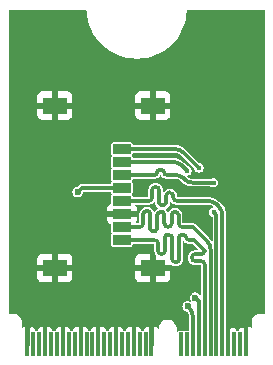
<source format=gbr>
%TF.GenerationSoftware,KiCad,Pcbnew,7.0.11-7.0.11~ubuntu22.04.1*%
%TF.CreationDate,2024-05-19T21:46:35+02:00*%
%TF.ProjectId,m.2_usd,6d2e325f-7573-4642-9e6b-696361645f70,rev?*%
%TF.SameCoordinates,Original*%
%TF.FileFunction,Copper,L1,Top*%
%TF.FilePolarity,Positive*%
%FSLAX46Y46*%
G04 Gerber Fmt 4.6, Leading zero omitted, Abs format (unit mm)*
G04 Created by KiCad (PCBNEW 7.0.11-7.0.11~ubuntu22.04.1) date 2024-05-19 21:46:35*
%MOMM*%
%LPD*%
G01*
G04 APERTURE LIST*
%TA.AperFunction,SMDPad,CuDef*%
%ADD10R,0.350000X2.000000*%
%TD*%
%TA.AperFunction,SMDPad,CuDef*%
%ADD11R,1.498600X0.812800*%
%TD*%
%TA.AperFunction,SMDPad,CuDef*%
%ADD12R,2.006600X1.447800*%
%TD*%
%TA.AperFunction,ViaPad*%
%ADD13C,0.600000*%
%TD*%
%TA.AperFunction,ViaPad*%
%ADD14C,0.450000*%
%TD*%
%TA.AperFunction,Conductor*%
%ADD15C,0.342392*%
%TD*%
%TA.AperFunction,Conductor*%
%ADD16C,0.350000*%
%TD*%
G04 APERTURE END LIST*
D10*
%TO.P,J1,1,GND*%
%TO.N,GND*%
X9250000Y1550000D03*
%TO.P,J1,3,USB_D+*%
%TO.N,unconnected-(J1-USB_D+-Pad3)*%
X8750000Y1550000D03*
%TO.P,J1,5,USB_D-*%
%TO.N,unconnected-(J1-USB_D--Pad5)*%
X8250000Y1550000D03*
%TO.P,J1,7,GND*%
%TO.N,GND*%
X7750000Y1550000D03*
%TO.P,J1,9,SDIO_CLK*%
%TO.N,CLK*%
X7250000Y1550000D03*
%TO.P,J1,11,SDIO_CMD*%
%TO.N,CMD*%
X6750000Y1550000D03*
%TO.P,J1,13,SDIO_DATA0*%
%TO.N,DAT0*%
X6250000Y1550000D03*
%TO.P,J1,15,SDIO_DATA1*%
%TO.N,DAT1*%
X5750000Y1550000D03*
%TO.P,J1,17,SDIO_DATA2*%
%TO.N,DAT2*%
X5250000Y1550000D03*
%TO.P,J1,19,SDIO_DATA3*%
%TO.N,DAT3*%
X4750000Y1550000D03*
%TO.P,J1,21,~{SDIO_WAKE}*%
%TO.N,unconnected-(J1-~{SDIO_WAKE}-Pad21)*%
X4250000Y1550000D03*
%TO.P,J1,23,~{SDIO_RESET}*%
%TO.N,unconnected-(J1-~{SDIO_RESET}-Pad23)*%
X3750000Y1550000D03*
%TO.P,J1,33,GND*%
%TO.N,GND*%
X1250000Y1550000D03*
%TO.P,J1,35,PETp0*%
%TO.N,unconnected-(J1-PETp0-Pad35)*%
X750000Y1550000D03*
%TO.P,J1,37,PETn0*%
%TO.N,unconnected-(J1-PETn0-Pad37)*%
X250000Y1550000D03*
%TO.P,J1,39,GND*%
%TO.N,GND*%
X-250000Y1550000D03*
%TO.P,J1,41,PERp0*%
%TO.N,unconnected-(J1-PERp0-Pad41)*%
X-750000Y1550000D03*
%TO.P,J1,43,PERn0*%
%TO.N,unconnected-(J1-PERn0-Pad43)*%
X-1250000Y1550000D03*
%TO.P,J1,45,GND*%
%TO.N,GND*%
X-1750000Y1550000D03*
%TO.P,J1,47,REFCLKp0*%
%TO.N,unconnected-(J1-REFCLKp0-Pad47)*%
X-2250000Y1550000D03*
%TO.P,J1,49,REFCLKn0*%
%TO.N,unconnected-(J1-REFCLKn0-Pad49)*%
X-2750000Y1550000D03*
%TO.P,J1,51,GND*%
%TO.N,GND*%
X-3250000Y1550000D03*
%TO.P,J1,53,~{CLKREQ0}*%
%TO.N,unconnected-(J1-~{CLKREQ0}-Pad53)*%
X-3750000Y1550000D03*
%TO.P,J1,55,~{PEWAKE0}*%
%TO.N,unconnected-(J1-~{PEWAKE0}-Pad55)*%
X-4250000Y1550000D03*
%TO.P,J1,57,GND*%
%TO.N,GND*%
X-4750000Y1550000D03*
%TO.P,J1,59,RESERVED/PETp1*%
%TO.N,unconnected-(J1-RESERVED{slash}PETp1-Pad59)*%
X-5250000Y1550000D03*
%TO.P,J1,61,RESERVED/PETn1*%
%TO.N,unconnected-(J1-RESERVED{slash}PETn1-Pad61)*%
X-5750000Y1550000D03*
%TO.P,J1,63,GND*%
%TO.N,GND*%
X-6250000Y1550000D03*
%TO.P,J1,65,RESERVED/PERp1*%
%TO.N,unconnected-(J1-RESERVED{slash}PERp1-Pad65)*%
X-6750000Y1550000D03*
%TO.P,J1,67,RESERVED/PERn1*%
%TO.N,unconnected-(J1-RESERVED{slash}PERn1-Pad67)*%
X-7250000Y1550000D03*
%TO.P,J1,69,GND*%
%TO.N,GND*%
X-7750000Y1550000D03*
%TO.P,J1,71,RESERVED/REFCLKp1*%
%TO.N,unconnected-(J1-RESERVED{slash}REFCLKp1-Pad71)*%
X-8250000Y1550000D03*
%TO.P,J1,73,RESERVED/REFCLKn1*%
%TO.N,unconnected-(J1-RESERVED{slash}REFCLKn1-Pad73)*%
X-8750000Y1550000D03*
%TO.P,J1,75,GND*%
%TO.N,GND*%
X-9250000Y1550000D03*
%TD*%
D11*
%TO.P,J2,1,DAT2*%
%TO.N,DAT2*%
X-1249100Y18100001D03*
%TO.P,J2,2,CD/DAT3*%
%TO.N,DAT3*%
X-1249100Y17000001D03*
%TO.P,J2,3,CMD*%
%TO.N,CMD*%
X-1249100Y15900001D03*
%TO.P,J2,4,VDD*%
%TO.N,+3V3*%
X-1249100Y14800000D03*
%TO.P,J2,5,CLK*%
%TO.N,CLK*%
X-1249100Y13700000D03*
%TO.P,J2,6,VSS*%
%TO.N,GND*%
X-1249100Y12600000D03*
%TO.P,J2,7,DAT0*%
%TO.N,DAT0*%
X-1249100Y11499999D03*
%TO.P,J2,8,DAT1*%
%TO.N,DAT1*%
X-1249100Y10399999D03*
D12*
%TO.P,J2,9,MP*%
%TO.N,GND*%
X-6949101Y21775000D03*
%TO.P,J2,10,MP*%
X-6949101Y8025000D03*
%TO.P,J2,11,MP*%
X1350900Y21775000D03*
%TO.P,J2,12,MP*%
X1350900Y8025000D03*
%TD*%
D13*
%TO.N,GND*%
X3575000Y7925000D03*
X-2500000Y10650000D03*
X-1150000Y9500000D03*
X-350000Y9550000D03*
X-2500000Y14150000D03*
X2750000Y18750000D03*
X1100000Y18750000D03*
X-2500000Y18450000D03*
X-700000Y19000000D03*
X4100000Y3800000D03*
X4100000Y3050000D03*
X7950000Y6675000D03*
X7950000Y4925000D03*
X7950000Y5800000D03*
X7950000Y7550000D03*
X7950000Y4050000D03*
X7950000Y10975000D03*
X650000Y14350000D03*
X-50000Y14350000D03*
X0Y15250000D03*
X6950000Y15800000D03*
X5900000Y15900000D03*
X7150000Y14350000D03*
X-100000Y12600000D03*
X3600000Y14700000D03*
X6100000Y11800000D03*
X9800000Y4700000D03*
X400000Y9750000D03*
X3600000Y5350000D03*
X750000Y15150000D03*
X2800000Y15051669D03*
X3640648Y4445475D03*
X7500000Y15000000D03*
X7900000Y12800000D03*
X-2500000Y15800000D03*
X-1900000Y9500000D03*
X250000Y18750000D03*
X3600000Y7050000D03*
X7950000Y8350000D03*
X1950000Y18750000D03*
X-2500000Y9950000D03*
X7950000Y11850000D03*
X-2500000Y16550000D03*
X4550000Y18100000D03*
X-2500000Y11500000D03*
X7500000Y13600000D03*
X1150000Y9750000D03*
X-2000000Y19000000D03*
X-2500000Y17300000D03*
X3600000Y18700000D03*
X7950000Y10100000D03*
X3600000Y6300000D03*
X5250000Y17400000D03*
X5850000Y16900000D03*
X-5100000Y12925000D03*
X7950000Y9225000D03*
%TO.N,+3V3*%
X-5000000Y14475000D03*
D14*
%TO.N,CMD*%
X6500000Y12750000D03*
X6500000Y15250000D03*
%TO.N,DAT2*%
X5250000Y16500000D03*
D13*
X4946294Y5521294D03*
%TO.N,DAT3*%
X4315775Y4772136D03*
D14*
X4250000Y16250000D03*
%TD*%
D15*
%TO.N,DAT1*%
X4961940Y8600000D02*
X5450000Y8600000D01*
X4661900Y8900000D02*
G75*
G03*
X4961940Y8600000I300000J0D01*
G01*
X2628742Y10857480D02*
G75*
G03*
X2400000Y10628741I-2J-228740D01*
G01*
X-1249100Y10399999D02*
X1500000Y10399999D01*
X2628742Y10857483D02*
X2771258Y10857483D01*
X2400000Y10099999D02*
X2400000Y10628741D01*
X2400000Y9511914D02*
X2400000Y10099999D01*
X1800004Y9511914D02*
G75*
G03*
X2100000Y9211914I299996J-4D01*
G01*
X1800000Y10099999D02*
X1800000Y9511914D01*
X4200000Y10617484D02*
X4200000Y10617483D01*
X5750000Y8300000D02*
G75*
G03*
X5450000Y8600000I-300000J0D01*
G01*
X4199999Y10617483D02*
G75*
G03*
X4417484Y10399999I217501J17D01*
G01*
X1799999Y10099999D02*
G75*
G03*
X1500000Y10399999I-299999J1D01*
G01*
X3000000Y10628741D02*
X3000000Y10399999D01*
X3000000Y10399999D02*
X3000000Y8811923D01*
X3600000Y8811923D02*
X3600000Y10399999D01*
X4961940Y9199960D02*
G75*
G03*
X4661940Y8900000I-40J-299960D01*
G01*
X3000003Y8811923D02*
G75*
G03*
X3300000Y8511923I299997J-3D01*
G01*
X5750000Y8300000D02*
X5750000Y7716562D01*
X3300000Y8511900D02*
G75*
G03*
X3600000Y8811923I0J300000D01*
G01*
X3817484Y10834968D02*
X3982516Y10834968D01*
X4417484Y10399999D02*
X4500000Y10399999D01*
X3000003Y10628741D02*
G75*
G03*
X2771258Y10857483I-228743J-1D01*
G01*
X3600000Y10399999D02*
X3600000Y10617484D01*
X5450000Y9200000D02*
X4961940Y9200000D01*
X2100000Y9211900D02*
G75*
G03*
X2400000Y9511914I0J300000D01*
G01*
X3817484Y10835000D02*
G75*
G03*
X3600000Y10617484I16J-217500D01*
G01*
X5450000Y9200000D02*
G75*
G03*
X5750000Y9500000I0J300000D01*
G01*
X4199968Y10617484D02*
G75*
G03*
X3982516Y10834968I-217468J16D01*
G01*
X5750000Y7716562D02*
X5750000Y1550000D01*
X4500000Y10399999D02*
X4850001Y10399999D01*
X4850001Y10399999D02*
X5750000Y9500000D01*
%TO.N,DAT0*%
X-1249100Y11499999D02*
X250000Y11499999D01*
%TO.N,CLK*%
X2328804Y13357600D02*
G75*
G03*
X2500000Y13528804I-4J171200D01*
G01*
%TO.N,DAT0*%
X1321196Y11157607D02*
X1578804Y11157607D01*
%TO.N,CLK*%
X1900000Y14592615D02*
X1900000Y14000000D01*
%TO.N,DAT0*%
X250000Y11500000D02*
G75*
G03*
X550000Y11799999I0J300000D01*
G01*
X3250000Y12808920D02*
G75*
G03*
X2950000Y12508919I0J-300000D01*
G01*
%TO.N,CLK*%
X7249997Y12499646D02*
G75*
G03*
X6957107Y13206753I-999997J4D01*
G01*
X3099973Y14130473D02*
G75*
G03*
X2800000Y14430473I-299973J27D01*
G01*
%TO.N,DAT0*%
X6250000Y9585786D02*
X6250000Y1550000D01*
%TO.N,CLK*%
X2800000Y14430470D02*
G75*
G03*
X2500000Y14130473I0J-300000D01*
G01*
%TO.N,CMD*%
X6750000Y1550000D02*
X6750000Y12500000D01*
%TO.N,DAT0*%
X1578804Y11157600D02*
G75*
G03*
X1750000Y11328803I-4J171200D01*
G01*
X2950000Y11799999D02*
X2950000Y12508919D01*
%TO.N,CLK*%
X6756753Y13407107D02*
X6957107Y13206753D01*
X-1249100Y13700000D02*
X1000000Y13700000D01*
X1300000Y14000000D02*
X1300000Y14592615D01*
%TO.N,DAT0*%
X4500000Y11499999D02*
X4750001Y11499999D01*
%TO.N,CLK*%
X3100000Y14130473D02*
X3100000Y14000000D01*
X1600000Y14892610D02*
G75*
G03*
X1300000Y14592615I0J-300000D01*
G01*
X6756755Y13407109D02*
G75*
G03*
X6049646Y13700000I-707105J-707109D01*
G01*
%TO.N,DAT0*%
X550000Y11799999D02*
X550000Y12571844D01*
%TO.N,CLK*%
X2500000Y13700000D02*
X2500000Y14130473D01*
X3730943Y13700000D02*
X6049646Y13700000D01*
X1000000Y13700000D02*
G75*
G03*
X1300000Y14000000I0J300000D01*
G01*
X3100000Y14000000D02*
G75*
G03*
X3400000Y13700000I300000J0D01*
G01*
X1900000Y14000000D02*
X1900000Y13528804D01*
X2500000Y13528804D02*
X2500000Y13700000D01*
X2071196Y13357608D02*
X2328804Y13357608D01*
X1900015Y14592615D02*
G75*
G03*
X1600000Y14892615I-300015J-15D01*
G01*
%TO.N,DAT0*%
X850000Y12871844D02*
G75*
G03*
X550000Y12571844I0J-300000D01*
G01*
%TO.N,CMD*%
X6750000Y12500000D02*
X6500000Y12750000D01*
%TO.N,DAT0*%
X1150000Y12571844D02*
X1150000Y11799999D01*
X1150000Y11799999D02*
X1150000Y11328803D01*
X1150004Y12571844D02*
G75*
G03*
X850000Y12871844I-300004J-4D01*
G01*
X1150007Y11328803D02*
G75*
G03*
X1321196Y11157607I171193J-3D01*
G01*
X1750000Y11328803D02*
X1750000Y11499999D01*
X1750000Y11499999D02*
X1750000Y12508909D01*
%TO.N,CLK*%
X7250000Y12499646D02*
X7250000Y1550000D01*
%TO.N,DAT0*%
X2050000Y12808910D02*
G75*
G03*
X1750000Y12508909I0J-300000D01*
G01*
X2350009Y12508909D02*
G75*
G03*
X2050000Y12808909I-300009J-9D01*
G01*
X2650000Y11500000D02*
G75*
G03*
X2950000Y11799999I0J300000D01*
G01*
X2350000Y12508909D02*
X2350000Y11799999D01*
X2349999Y11799999D02*
G75*
G03*
X2650000Y11499999I300001J1D01*
G01*
X3550019Y12508919D02*
G75*
G03*
X3250000Y12808919I-300019J-19D01*
G01*
X3550000Y12508919D02*
X3550000Y11799999D01*
%TO.N,CLK*%
X1900008Y13528804D02*
G75*
G03*
X2071196Y13357608I171192J-4D01*
G01*
%TO.N,DAT0*%
X3549999Y11799999D02*
G75*
G03*
X3850000Y11499999I300001J1D01*
G01*
%TO.N,CLK*%
X3400000Y13700000D02*
X3730943Y13700000D01*
%TO.N,DAT0*%
X3850000Y11499999D02*
X4500000Y11499999D01*
X4750001Y11499999D02*
X5957107Y10292893D01*
X6249990Y9585786D02*
G75*
G03*
X5957107Y10292893I-999990J14D01*
G01*
%TO.N,CMD*%
X-1249100Y15900001D02*
X1500000Y15900001D01*
X1500000Y15899990D02*
G75*
G03*
X1721510Y16121511I0J221510D01*
G01*
X1943020Y16342990D02*
G75*
G03*
X1721510Y16121511I-20J-221490D01*
G01*
X1943020Y16343021D02*
X2100000Y16343021D01*
X4750354Y15250000D02*
X6500000Y15250000D01*
X2321521Y16121511D02*
G75*
G03*
X2100000Y16343021I-221521J-11D01*
G01*
X2321501Y16121511D02*
G75*
G03*
X2543020Y15900001I221499J-11D01*
G01*
X4043245Y15542891D02*
G75*
G03*
X4750354Y15250000I707105J707109D01*
G01*
X2543020Y15900001D02*
X2700000Y15900001D01*
X2700000Y15900001D02*
X3271925Y15900001D01*
X3979032Y15607108D02*
G75*
G03*
X3271925Y15900001I-707102J-707098D01*
G01*
X3979032Y15607108D02*
X4043247Y15542893D01*
%TO.N,DAT2*%
X3942892Y17807108D02*
X5250000Y16500000D01*
X3942899Y17807115D02*
G75*
G03*
X3235785Y18100001I-707099J-707115D01*
G01*
X-1249100Y18100001D02*
X3235785Y18100001D01*
D16*
%TO.N,GND*%
X-9250000Y2900000D02*
X-9250000Y1550000D01*
D15*
X-4775000Y12600000D02*
X-5100000Y12925000D01*
D16*
X-4750000Y3300000D02*
X-3250000Y3300000D01*
D15*
X-1249100Y12600000D02*
X-4775000Y12600000D01*
D16*
X-1750000Y3300000D02*
X-250000Y3300000D01*
X7950000Y3100000D02*
X8600000Y3100000D01*
X1250000Y3000000D02*
X1250000Y1550000D01*
X-7750000Y1550000D02*
X-7750000Y3300000D01*
X7750000Y2900000D02*
X7950000Y3100000D01*
X-250000Y1550000D02*
X-250000Y3300000D01*
X-6949101Y21775000D02*
X-6949101Y8025000D01*
X-3250000Y3300000D02*
X-1750000Y3300000D01*
X-3250000Y1550000D02*
X-3250000Y3300000D01*
X9100000Y3100000D02*
X9250000Y2950000D01*
X-7750000Y3300000D02*
X-6250000Y3300000D01*
X-9250000Y2900000D02*
X-8850000Y3300000D01*
X950000Y3300000D02*
X1250000Y3000000D01*
X-6949101Y8025000D02*
X1350900Y8025000D01*
X-6949101Y21775000D02*
X1350900Y21775000D01*
X9800000Y4300000D02*
X9800000Y4700000D01*
X8600000Y3100000D02*
X9800000Y4300000D01*
X-8850000Y3300000D02*
X-7750000Y3300000D01*
X-6250000Y1550000D02*
X-6250000Y3300000D01*
X-250000Y3300000D02*
X950000Y3300000D01*
X-1750000Y1550000D02*
X-1750000Y3300000D01*
X7750000Y1550000D02*
X7750000Y2900000D01*
X-6250000Y3300000D02*
X-4750000Y3300000D01*
X-4750000Y1550000D02*
X-4750000Y3300000D01*
X8600000Y3100000D02*
X9100000Y3100000D01*
X9250000Y2950000D02*
X9250000Y1550000D01*
D15*
%TO.N,+3V3*%
X-4675000Y14800000D02*
X-5000000Y14475000D01*
X-1249100Y14800000D02*
X-4675000Y14800000D01*
D16*
%TO.N,DAT2*%
X5250000Y5217588D02*
X4946294Y5521294D01*
X5250000Y1550000D02*
X5250000Y5217588D01*
%TO.N,DAT3*%
X4750000Y1550000D02*
X4750000Y3923697D01*
D15*
X3792892Y16707108D02*
X4250000Y16250000D01*
D16*
X4457107Y4630804D02*
X4315775Y4772136D01*
D15*
X-1249100Y17000001D02*
X3085785Y17000001D01*
X3792899Y16707115D02*
G75*
G03*
X3085785Y17000001I-707099J-707115D01*
G01*
D16*
X4749998Y3923697D02*
G75*
G03*
X4457107Y4630804I-999998J3D01*
G01*
%TD*%
%TA.AperFunction,Conductor*%
%TO.N,GND*%
G36*
X-4260448Y29836774D02*
G01*
X-4247725Y29806561D01*
X-4247621Y29797661D01*
X-4209154Y29394815D01*
X-4132568Y28997450D01*
X-4018557Y28609164D01*
X-3868154Y28233473D01*
X-3868150Y28233466D01*
X-3868150Y28233465D01*
X-3682714Y27873772D01*
X-3463936Y27533347D01*
X-3213790Y27215260D01*
X-3213770Y27215236D01*
X-2934521Y26922369D01*
X-2934518Y26922366D01*
X-2628683Y26657358D01*
X-2299042Y26422622D01*
X-1948580Y26220282D01*
X-1580472Y26052173D01*
X-1580466Y26052170D01*
X-1580464Y26052170D01*
X-1198069Y25919821D01*
X-1198050Y25919816D01*
X-804780Y25824409D01*
X-404214Y25766816D01*
X0Y25747562D01*
X404214Y25766816D01*
X804780Y25824409D01*
X1198050Y25919816D01*
X1198069Y25919821D01*
X1580463Y26052170D01*
X1580464Y26052170D01*
X1580466Y26052170D01*
X1580472Y26052173D01*
X1948580Y26220282D01*
X2299042Y26422622D01*
X2628683Y26657358D01*
X2934518Y26922366D01*
X2934521Y26922369D01*
X3213770Y27215236D01*
X3213790Y27215260D01*
X3463936Y27533347D01*
X3682714Y27873772D01*
X3868150Y28233465D01*
X3868150Y28233466D01*
X3868154Y28233473D01*
X4018557Y28609164D01*
X4132568Y28997450D01*
X4209154Y29394815D01*
X4247621Y29797661D01*
X4247725Y29806561D01*
X4260811Y29837132D01*
X4291172Y29849500D01*
X10806050Y29849500D01*
X10836774Y29836774D01*
X10849500Y29806050D01*
X10849500Y4193950D01*
X10836774Y4163226D01*
X10806050Y4150500D01*
X10434351Y4150500D01*
X10400000Y4150500D01*
X10326706Y4150500D01*
X10183794Y4117881D01*
X10062320Y4059382D01*
X10051721Y4054278D01*
X10008504Y4019813D01*
X9937117Y3962883D01*
X9937114Y3962879D01*
X9845721Y3848278D01*
X9782119Y3716207D01*
X9749500Y3573294D01*
X9749500Y3018462D01*
X9736774Y2987738D01*
X9706050Y2975012D01*
X9680010Y2983680D01*
X9667092Y2993350D01*
X9532370Y3043599D01*
X9472826Y3050000D01*
X9425000Y3050000D01*
X9425000Y1418450D01*
X9412274Y1387726D01*
X9381550Y1375000D01*
X9118950Y1375000D01*
X9088226Y1387726D01*
X9075500Y1418450D01*
X9075500Y2564822D01*
X9075291Y2566942D01*
X9075458Y2566958D01*
X9075000Y2571612D01*
X9075000Y3050000D01*
X9027174Y3050000D01*
X8967629Y3043599D01*
X8832907Y2993350D01*
X8717814Y2907191D01*
X8717808Y2907185D01*
X8631649Y2792092D01*
X8608030Y2728766D01*
X8585369Y2704427D01*
X8567319Y2700500D01*
X8560178Y2700500D01*
X8512081Y2690932D01*
X8511886Y2691911D01*
X8488113Y2691911D01*
X8487919Y2690932D01*
X8439822Y2700500D01*
X8439820Y2700500D01*
X8432681Y2700500D01*
X8401957Y2713226D01*
X8391970Y2728766D01*
X8368350Y2792092D01*
X8282191Y2907185D01*
X8282185Y2907191D01*
X8167092Y2993350D01*
X8032370Y3043599D01*
X7972826Y3050000D01*
X7925000Y3050000D01*
X7925000Y2571612D01*
X7924541Y2566958D01*
X7924709Y2566942D01*
X7924500Y2564822D01*
X7924500Y1418450D01*
X7911774Y1387726D01*
X7881050Y1375000D01*
X7618950Y1375000D01*
X7588226Y1387726D01*
X7575500Y1418450D01*
X7575500Y2564822D01*
X7575291Y2566942D01*
X7575458Y2566958D01*
X7575000Y2571612D01*
X7575000Y3063325D01*
X7571696Y3071302D01*
X7571696Y12467027D01*
X7571728Y12467104D01*
X7571728Y12586225D01*
X7571727Y12586230D01*
X7569915Y12599991D01*
X7549114Y12758005D01*
X7543981Y12777160D01*
X7517684Y12875305D01*
X7504271Y12925363D01*
X7437967Y13085436D01*
X7351337Y13235485D01*
X7245862Y13372943D01*
X7206530Y13412273D01*
X7206517Y13412289D01*
X7204484Y13414321D01*
X7204483Y13414324D01*
X7020254Y13598551D01*
X7020254Y13598553D01*
X6996953Y13621854D01*
X6996950Y13621860D01*
X6984227Y13634582D01*
X6984228Y13634583D01*
X6922972Y13695838D01*
X6785517Y13801310D01*
X6635472Y13887939D01*
X6475402Y13954241D01*
X6356024Y13986227D01*
X6308061Y13999079D01*
X6308058Y13999079D01*
X6308049Y13999082D01*
X6136273Y14021696D01*
X3465146Y14021696D01*
X3434422Y14034422D01*
X3421696Y14065146D01*
X3421696Y14160279D01*
X3421671Y14160835D01*
X3421675Y14200493D01*
X3403121Y14281814D01*
X3390513Y14337076D01*
X3390511Y14337078D01*
X3390511Y14337082D01*
X3329732Y14463310D01*
X3242388Y14572848D01*
X3132858Y14660203D01*
X3006635Y14720992D01*
X2961106Y14731384D01*
X2870053Y14752169D01*
X2870049Y14752169D01*
X2800000Y14752169D01*
X2749048Y14752169D01*
X2745563Y14752169D01*
X2745527Y14752166D01*
X2729952Y14752166D01*
X2593369Y14720992D01*
X2593367Y14720991D01*
X2593366Y14720991D01*
X2532768Y14691808D01*
X2467147Y14660207D01*
X2357615Y14572859D01*
X2357612Y14572856D01*
X2357610Y14572854D01*
X2299116Y14499505D01*
X2270011Y14483419D01*
X2238055Y14492626D01*
X2221969Y14521731D01*
X2221696Y14526596D01*
X2221696Y14538488D01*
X2221698Y14538530D01*
X2221697Y14541675D01*
X2221699Y14541679D01*
X2221697Y14574617D01*
X2221711Y14574653D01*
X2221710Y14592631D01*
X2221711Y14592631D01*
X2221708Y14662679D01*
X2190528Y14799261D01*
X2131438Y14921950D01*
X2129740Y14925476D01*
X2129739Y14925476D01*
X2129738Y14925480D01*
X2042387Y15035009D01*
X1932854Y15122355D01*
X1932850Y15122356D01*
X1932849Y15122358D01*
X1820618Y15176402D01*
X1806631Y15183138D01*
X1670048Y15214311D01*
X1600000Y15214311D01*
X1549048Y15214311D01*
X1545576Y15214311D01*
X1545514Y15214306D01*
X1529952Y15214306D01*
X1393370Y15183132D01*
X1393368Y15183131D01*
X1393367Y15183131D01*
X1267149Y15122349D01*
X1267148Y15122348D01*
X1157616Y15035001D01*
X1157614Y15034999D01*
X1157613Y15034998D01*
X1070269Y14925473D01*
X1009482Y14799252D01*
X1009480Y14799246D01*
X978305Y14662668D01*
X978304Y14662666D01*
X978304Y14592620D01*
X978303Y14539014D01*
X978304Y14538996D01*
X978304Y14065146D01*
X965578Y14034422D01*
X934854Y14021696D01*
X-305850Y14021696D01*
X-336574Y14034422D01*
X-349300Y14065146D01*
X-349300Y14121222D01*
X-358032Y14165121D01*
X-391295Y14214903D01*
X-394322Y14217930D01*
X-393208Y14219043D01*
X-408228Y14241528D01*
X-401737Y14274143D01*
X-394066Y14281814D01*
X-394322Y14282070D01*
X-391295Y14285096D01*
X-358033Y14334878D01*
X-358032Y14334878D01*
X-349300Y14378777D01*
X-349300Y15221222D01*
X-358032Y15265121D01*
X-391295Y15314903D01*
X-394322Y15317930D01*
X-393207Y15319044D01*
X-408227Y15341518D01*
X-401744Y15374135D01*
X-394065Y15381814D01*
X-394322Y15382071D01*
X-391295Y15385097D01*
X-358033Y15434879D01*
X-358032Y15434879D01*
X-349300Y15478778D01*
X-349300Y15534855D01*
X-336574Y15565579D01*
X-305850Y15578305D01*
X1449048Y15578305D01*
X1482001Y15578305D01*
X1482003Y15578304D01*
X1500000Y15578304D01*
X1561211Y15578304D01*
X1680546Y15605544D01*
X1680550Y15605545D01*
X1790840Y15658659D01*
X1886545Y15734985D01*
X1962865Y15830693D01*
X1982357Y15871173D01*
X2007152Y15893332D01*
X2040355Y15891469D01*
X2060651Y15871173D01*
X2080154Y15830672D01*
X2156478Y15734967D01*
X2156483Y15734962D01*
X2252189Y15658644D01*
X2362487Y15605533D01*
X2362490Y15605532D01*
X2481838Y15578300D01*
X2481839Y15578300D01*
X2481840Y15578300D01*
X2522646Y15578303D01*
X2543050Y15578305D01*
X2671853Y15578305D01*
X3220975Y15578305D01*
X3269790Y15578305D01*
X3274049Y15578096D01*
X3399999Y15565691D01*
X3408353Y15564029D01*
X3527409Y15527914D01*
X3535278Y15524654D01*
X3644996Y15466008D01*
X3652078Y15461276D01*
X3749900Y15380996D01*
X3753060Y15378133D01*
X3803046Y15328147D01*
X3803048Y15328140D01*
X3877025Y15254164D01*
X4014484Y15148689D01*
X4014488Y15148686D01*
X4164527Y15062061D01*
X4324599Y14995758D01*
X4491938Y14950920D01*
X4491960Y14950916D01*
X4663721Y14928304D01*
X4663727Y14928304D01*
X4722207Y14928304D01*
X6238794Y14928304D01*
X6257899Y14922105D01*
X6258611Y14923502D01*
X6374694Y14864354D01*
X6499999Y14844508D01*
X6500000Y14844508D01*
X6500001Y14844508D01*
X6625304Y14864354D01*
X6625305Y14864354D01*
X6738340Y14921948D01*
X6828051Y15011659D01*
X6885645Y15124694D01*
X6885645Y15124695D01*
X6885646Y15124696D01*
X6905492Y15250000D01*
X6885646Y15375304D01*
X6828050Y15488342D01*
X6738342Y15578050D01*
X6625304Y15635646D01*
X6519847Y15652348D01*
X6500001Y15655492D01*
X6499999Y15655492D01*
X6480153Y15652348D01*
X6374696Y15635646D01*
X6374694Y15635645D01*
X6258611Y15576498D01*
X6257899Y15577894D01*
X6238794Y15571696D01*
X4752490Y15571696D01*
X4748232Y15571905D01*
X4730127Y15573687D01*
X4622273Y15584310D01*
X4613932Y15585969D01*
X4494861Y15622088D01*
X4487014Y15625338D01*
X4377266Y15683999D01*
X4370201Y15688722D01*
X4313850Y15734967D01*
X4272383Y15768998D01*
X4269243Y15771842D01*
X4264178Y15776907D01*
X4251454Y15807628D01*
X4264180Y15838352D01*
X4288107Y15850543D01*
X4375304Y15864354D01*
X4375305Y15864354D01*
X4488340Y15921948D01*
X4578051Y16011659D01*
X4635645Y16124694D01*
X4635645Y16124695D01*
X4635646Y16124696D01*
X4655492Y16250000D01*
X4635646Y16375304D01*
X4578050Y16488342D01*
X4488342Y16578050D01*
X4375304Y16635646D01*
X4322703Y16643976D01*
X4298779Y16656166D01*
X4060567Y16894377D01*
X4060562Y16894385D01*
X4056392Y16898554D01*
X4056392Y16898556D01*
X4033095Y16921851D01*
X4033086Y16921874D01*
X4020369Y16934590D01*
X4020370Y16934591D01*
X3959114Y16995847D01*
X3821658Y17101318D01*
X3671611Y17187945D01*
X3511540Y17254246D01*
X3344185Y17299086D01*
X3344178Y17299086D01*
X3344178Y17299087D01*
X3344180Y17299087D01*
X3289742Y17306252D01*
X3172409Y17321698D01*
X3085780Y17321697D01*
X-305850Y17321697D01*
X-336574Y17334423D01*
X-349300Y17365147D01*
X-349300Y17421223D01*
X-358032Y17465122D01*
X-391295Y17514904D01*
X-394322Y17517931D01*
X-393208Y17519044D01*
X-408228Y17541529D01*
X-401737Y17574144D01*
X-394066Y17581815D01*
X-394322Y17582071D01*
X-391295Y17585097D01*
X-358033Y17634879D01*
X-358032Y17634879D01*
X-349300Y17678778D01*
X-349300Y17734855D01*
X-336574Y17765579D01*
X-305850Y17778305D01*
X3181330Y17778305D01*
X3181342Y17778304D01*
X3233654Y17778304D01*
X3237912Y17778095D01*
X3363864Y17765692D01*
X3372218Y17764030D01*
X3491269Y17727919D01*
X3499139Y17724660D01*
X3608868Y17666010D01*
X3615950Y17661277D01*
X3713699Y17581057D01*
X3716858Y17578195D01*
X3738152Y17556902D01*
X3738153Y17556901D01*
X4843831Y16451221D01*
X4856022Y16427295D01*
X4864354Y16374694D01*
X4921948Y16261659D01*
X5011659Y16171948D01*
X5124694Y16114354D01*
X5249999Y16094508D01*
X5250000Y16094508D01*
X5250001Y16094508D01*
X5375304Y16114354D01*
X5375305Y16114354D01*
X5488340Y16171948D01*
X5578051Y16261659D01*
X5635645Y16374694D01*
X5635645Y16374695D01*
X5635646Y16374696D01*
X5655492Y16500000D01*
X5635646Y16625304D01*
X5578050Y16738342D01*
X5488342Y16828050D01*
X5375304Y16885646D01*
X5322703Y16893976D01*
X5298779Y16906165D01*
X4209512Y17995432D01*
X4209504Y17995443D01*
X4206392Y17998554D01*
X4206392Y17998556D01*
X4183095Y18021851D01*
X4183086Y18021874D01*
X4170369Y18034590D01*
X4170370Y18034591D01*
X4109114Y18095847D01*
X3971658Y18201318D01*
X3821611Y18287945D01*
X3661540Y18354246D01*
X3494185Y18399086D01*
X3494178Y18399086D01*
X3494178Y18399087D01*
X3494180Y18399087D01*
X3439742Y18406252D01*
X3322409Y18421698D01*
X3235780Y18421697D01*
X-305850Y18421697D01*
X-336574Y18434423D01*
X-349300Y18465147D01*
X-349300Y18521223D01*
X-358032Y18565122D01*
X-391295Y18614904D01*
X-391296Y18614905D01*
X-441078Y18648168D01*
X-484978Y18656901D01*
X-484980Y18656901D01*
X-2013220Y18656901D01*
X-2013222Y18656901D01*
X-2042488Y18651079D01*
X-2057122Y18648168D01*
X-2106904Y18614905D01*
X-2140167Y18565123D01*
X-2140167Y18565122D01*
X-2148900Y18521223D01*
X-2148900Y17678778D01*
X-2140167Y17634879D01*
X-2106904Y17585097D01*
X-2103878Y17582071D01*
X-2104992Y17580956D01*
X-2089973Y17558483D01*
X-2096456Y17525866D01*
X-2104134Y17518187D01*
X-2103878Y17517931D01*
X-2106900Y17514907D01*
X-2106904Y17514905D01*
X-2140167Y17465123D01*
X-2140167Y17465122D01*
X-2148900Y17421223D01*
X-2148900Y16578778D01*
X-2140167Y16534879D01*
X-2106904Y16485097D01*
X-2103878Y16482071D01*
X-2104992Y16480956D01*
X-2089973Y16458483D01*
X-2096456Y16425866D01*
X-2104134Y16418187D01*
X-2103878Y16417931D01*
X-2106900Y16414907D01*
X-2106904Y16414905D01*
X-2140167Y16365123D01*
X-2140167Y16365122D01*
X-2148900Y16321223D01*
X-2148900Y15478778D01*
X-2140167Y15434879D01*
X-2106904Y15385097D01*
X-2103878Y15382071D01*
X-2104991Y15380957D01*
X-2089971Y15358477D01*
X-2096458Y15325861D01*
X-2104134Y15318186D01*
X-2103878Y15317930D01*
X-2106900Y15314906D01*
X-2106904Y15314904D01*
X-2140167Y15265122D01*
X-2140167Y15265121D01*
X-2148900Y15221222D01*
X-2148900Y15165146D01*
X-2161626Y15134422D01*
X-2192350Y15121696D01*
X-4659059Y15121696D01*
X-4662845Y15121861D01*
X-4666642Y15122193D01*
X-4703471Y15125415D01*
X-4742868Y15114857D01*
X-4746537Y15114044D01*
X-4786724Y15106959D01*
X-4794218Y15102631D01*
X-4804696Y15098291D01*
X-4813052Y15096053D01*
X-4846482Y15072644D01*
X-4849629Y15070639D01*
X-4884972Y15050235D01*
X-4911195Y15018982D01*
X-4913746Y15016200D01*
X-4991722Y14938226D01*
X-5022445Y14925500D01*
X-5064773Y14925500D01*
X-5112683Y14911432D01*
X-5189069Y14889004D01*
X-5298049Y14818967D01*
X-5382882Y14721063D01*
X-5436697Y14603226D01*
X-5455133Y14475000D01*
X-5436697Y14346774D01*
X-5382882Y14228937D01*
X-5298049Y14131033D01*
X-5272420Y14114562D01*
X-5189072Y14060997D01*
X-5189064Y14060994D01*
X-5064773Y14024500D01*
X-5064772Y14024500D01*
X-4935227Y14024500D01*
X-4810935Y14060994D01*
X-4810927Y14060997D01*
X-4701952Y14131032D01*
X-4701951Y14131032D01*
X-4617117Y14228937D01*
X-4617116Y14228939D01*
X-4567732Y14337076D01*
X-4563303Y14346774D01*
X-4549749Y14441038D01*
X-4532782Y14469637D01*
X-4506743Y14478304D01*
X-2192350Y14478304D01*
X-2161626Y14465578D01*
X-2148900Y14434854D01*
X-2148900Y14378777D01*
X-2140167Y14334878D01*
X-2106904Y14285096D01*
X-2103878Y14282070D01*
X-2104992Y14280955D01*
X-2089973Y14258482D01*
X-2096456Y14225865D01*
X-2104134Y14218186D01*
X-2103878Y14217930D01*
X-2106900Y14214906D01*
X-2106904Y14214904D01*
X-2140167Y14165122D01*
X-2140167Y14165121D01*
X-2148900Y14121222D01*
X-2148900Y13514081D01*
X-2161626Y13483357D01*
X-2177167Y13473370D01*
X-2240489Y13449753D01*
X-2355585Y13363591D01*
X-2355591Y13363585D01*
X-2441750Y13248492D01*
X-2491999Y13113770D01*
X-2498400Y13054225D01*
X-2498400Y12850000D01*
X200Y12850000D01*
X200Y13054225D01*
X-6200Y13113770D01*
X-56449Y13248492D01*
X-101607Y13308815D01*
X-109832Y13341037D01*
X-92863Y13369637D01*
X-66824Y13378304D01*
X1070049Y13378304D01*
X1206633Y13409478D01*
X1206634Y13409478D01*
X1332856Y13470264D01*
X1442383Y13557610D01*
X1442387Y13557613D01*
X1493616Y13621852D01*
X1500884Y13630965D01*
X1529989Y13647051D01*
X1561945Y13637844D01*
X1578031Y13608739D01*
X1578304Y13603874D01*
X1578304Y13499119D01*
X1578310Y13498958D01*
X1578310Y13473275D01*
X1603023Y13364989D01*
X1603024Y13364985D01*
X1651211Y13264920D01*
X1651211Y13264918D01*
X1720459Y13178080D01*
X1720461Y13178078D01*
X1774161Y13135252D01*
X1790246Y13106146D01*
X1781039Y13074190D01*
X1765923Y13062137D01*
X1722155Y13041059D01*
X1717142Y13038645D01*
X1607613Y12951298D01*
X1520263Y12841765D01*
X1504302Y12808620D01*
X1479506Y12786460D01*
X1446303Y12788325D01*
X1426008Y12808620D01*
X1379737Y12904702D01*
X1292387Y13014233D01*
X1182855Y13101581D01*
X1056632Y13162366D01*
X957044Y13185096D01*
X920049Y13193540D01*
X920048Y13193540D01*
X900952Y13193540D01*
X850000Y13193540D01*
X779952Y13193540D01*
X779951Y13193540D01*
X742956Y13185096D01*
X643368Y13162366D01*
X643366Y13162365D01*
X643365Y13162365D01*
X517143Y13101579D01*
X460402Y13056329D01*
X407613Y13014231D01*
X407611Y13014228D01*
X407610Y13014227D01*
X320264Y12904700D01*
X259478Y12778478D01*
X259478Y12778477D01*
X228304Y12641893D01*
X228304Y11865145D01*
X215578Y11834421D01*
X184854Y11821695D01*
X-66825Y11821695D01*
X-97549Y11834421D01*
X-110275Y11865145D01*
X-101608Y11891184D01*
X-56449Y11951507D01*
X-6200Y12086229D01*
X200Y12145774D01*
X200Y12350000D01*
X-2498400Y12350000D01*
X-2498400Y12145774D01*
X-2491999Y12086229D01*
X-2441750Y11951507D01*
X-2355591Y11836414D01*
X-2355585Y11836408D01*
X-2240491Y11750248D01*
X-2240489Y11750247D01*
X-2177165Y11726628D01*
X-2152826Y11703967D01*
X-2148900Y11685918D01*
X-2148900Y11078776D01*
X-2140167Y11034877D01*
X-2106904Y10985095D01*
X-2103878Y10982069D01*
X-2104992Y10980954D01*
X-2089973Y10958481D01*
X-2096456Y10925864D01*
X-2104134Y10918185D01*
X-2103878Y10917929D01*
X-2106900Y10914905D01*
X-2106904Y10914903D01*
X-2140167Y10865121D01*
X-2141062Y10860623D01*
X-2148900Y10821221D01*
X-2148900Y9978776D01*
X-2140167Y9934877D01*
X-2106904Y9885095D01*
X-2057122Y9851832D01*
X-2057121Y9851831D01*
X-2013222Y9843099D01*
X-2013220Y9843099D01*
X-484978Y9843099D01*
X-441078Y9851831D01*
X-441078Y9851832D01*
X-391296Y9885094D01*
X-391295Y9885095D01*
X-358033Y9934877D01*
X-358032Y9934877D01*
X-349300Y9978776D01*
X-349300Y10034853D01*
X-336574Y10065577D01*
X-305850Y10078303D01*
X1434854Y10078303D01*
X1465578Y10065577D01*
X1478304Y10034853D01*
X1478304Y9482131D01*
X1478317Y9481814D01*
X1478317Y9441860D01*
X1509489Y9305278D01*
X1509489Y9305277D01*
X1570271Y9179058D01*
X1570273Y9179056D01*
X1591421Y9152537D01*
X1600900Y9125447D01*
X1600900Y8275000D01*
X2854200Y8275000D01*
X2854200Y8282038D01*
X2866926Y8312762D01*
X2897650Y8325488D01*
X2924740Y8316009D01*
X2967152Y8282186D01*
X3093373Y8221400D01*
X3229953Y8190227D01*
X3229954Y8190227D01*
X3249048Y8190227D01*
X3281999Y8190227D01*
X3282006Y8190224D01*
X3300000Y8190224D01*
X3370056Y8190224D01*
X3506638Y8221401D01*
X3506642Y8221402D01*
X3534574Y8234854D01*
X3632867Y8282191D01*
X3742403Y8369549D01*
X3812602Y8457583D01*
X3829752Y8479091D01*
X3872135Y8567112D01*
X3890531Y8605316D01*
X3890531Y8605317D01*
X3890534Y8605323D01*
X3921701Y8741916D01*
X3921696Y8811968D01*
X3921696Y10250239D01*
X3934422Y10280963D01*
X3965146Y10293689D01*
X3995870Y10280963D01*
X3999116Y10277330D01*
X4033814Y10233820D01*
X4033820Y10233814D01*
X4128804Y10158066D01*
X4128805Y10158065D01*
X4238268Y10105347D01*
X4356714Y10078306D01*
X4388332Y10078304D01*
X4388379Y10078303D01*
X4417460Y10078303D01*
X4468412Y10078299D01*
X4471886Y10078299D01*
X4471937Y10078303D01*
X4698753Y10078303D01*
X4729477Y10065577D01*
X5199183Y9595870D01*
X5211909Y9565146D01*
X5199183Y9534422D01*
X5168459Y9521696D01*
X4932283Y9521696D01*
X4931456Y9521659D01*
X4891933Y9521665D01*
X4755343Y9490506D01*
X4755341Y9490505D01*
X4755340Y9490505D01*
X4737289Y9481814D01*
X4629111Y9429731D01*
X4629109Y9429729D01*
X4629108Y9429729D01*
X4629104Y9429726D01*
X4519577Y9342393D01*
X4519571Y9342388D01*
X4432214Y9232859D01*
X4371422Y9106636D01*
X4371421Y9106633D01*
X4371420Y9106630D01*
X4340244Y8970050D01*
X4340244Y8918038D01*
X4340204Y8917941D01*
X4340204Y8829945D01*
X4371382Y8693356D01*
X4371385Y8693349D01*
X4432180Y8567119D01*
X4432185Y8567112D01*
X4519538Y8457586D01*
X4629088Y8370236D01*
X4755327Y8309457D01*
X4755325Y8309457D01*
X4864609Y8284527D01*
X4891929Y8278295D01*
X4891930Y8278295D01*
X4961984Y8278304D01*
X5384854Y8278304D01*
X5415578Y8265578D01*
X5428304Y8234854D01*
X5428304Y5750034D01*
X5415578Y5719310D01*
X5384854Y5706584D01*
X5354130Y5719310D01*
X5345330Y5731985D01*
X5329178Y5767352D01*
X5329176Y5767356D01*
X5329176Y5767357D01*
X5244343Y5865261D01*
X5135363Y5935298D01*
X5058977Y5957726D01*
X5011067Y5971794D01*
X5011066Y5971794D01*
X4881522Y5971794D01*
X4881521Y5971794D01*
X4803557Y5948902D01*
X4757225Y5935298D01*
X4757223Y5935296D01*
X4757221Y5935296D01*
X4705967Y5902357D01*
X4648245Y5865261D01*
X4563411Y5767356D01*
X4563410Y5767354D01*
X4509597Y5649519D01*
X4491161Y5521294D01*
X4509597Y5393068D01*
X4563410Y5275233D01*
X4563412Y5275231D01*
X4613322Y5217630D01*
X4623823Y5186076D01*
X4608937Y5156339D01*
X4577383Y5145838D01*
X4556996Y5152623D01*
X4504844Y5186140D01*
X4428458Y5208568D01*
X4380548Y5222636D01*
X4380547Y5222636D01*
X4251003Y5222636D01*
X4251002Y5222636D01*
X4173038Y5199744D01*
X4126706Y5186140D01*
X4126704Y5186138D01*
X4126702Y5186138D01*
X4080335Y5156339D01*
X4017726Y5116103D01*
X3932892Y5018198D01*
X3932891Y5018196D01*
X3879078Y4900361D01*
X3860642Y4772136D01*
X3879078Y4643910D01*
X3932891Y4526075D01*
X3932892Y4526073D01*
X4017727Y4428168D01*
X4126702Y4358133D01*
X4126710Y4358130D01*
X4251002Y4321636D01*
X4251003Y4321636D01*
X4271230Y4321636D01*
X4301954Y4308910D01*
X4304821Y4305746D01*
X4308116Y4301730D01*
X4312844Y4294652D01*
X4371137Y4185594D01*
X4374397Y4177725D01*
X4410295Y4059382D01*
X4411957Y4051028D01*
X4424291Y3925801D01*
X4424500Y3921542D01*
X4424500Y2743950D01*
X4411774Y2713226D01*
X4381050Y2700500D01*
X4060178Y2700500D01*
X4012081Y2690932D01*
X4011886Y2691911D01*
X3988113Y2691911D01*
X3987919Y2690932D01*
X3939822Y2700500D01*
X3939820Y2700500D01*
X3560180Y2700500D01*
X3560178Y2700500D01*
X3517002Y2691911D01*
X3516278Y2691767D01*
X3477047Y2665554D01*
X3466496Y2658504D01*
X3455078Y2641415D01*
X3427427Y2622939D01*
X3394811Y2629426D01*
X3376335Y2657077D01*
X3375500Y2665554D01*
X3375500Y2978878D01*
X3375500Y2978881D01*
X3342700Y3133195D01*
X3342697Y3133201D01*
X3342698Y3133201D01*
X3278534Y3277312D01*
X3278532Y3277317D01*
X3185802Y3404949D01*
X3068563Y3510512D01*
X2931937Y3589392D01*
X2781897Y3638143D01*
X2625000Y3654634D01*
X2483024Y3639711D01*
X2468102Y3638143D01*
X2468101Y3638142D01*
X2318063Y3589392D01*
X2181437Y3510512D01*
X2064198Y3404949D01*
X1971469Y3277318D01*
X1971465Y3277312D01*
X1907302Y3133201D01*
X1907301Y3133198D01*
X1907300Y3133195D01*
X1874500Y2978881D01*
X1874500Y2978878D01*
X1874500Y2914422D01*
X1861774Y2883698D01*
X1831050Y2870972D01*
X1800326Y2883698D01*
X1796267Y2888383D01*
X1782191Y2907185D01*
X1782185Y2907191D01*
X1667092Y2993350D01*
X1532370Y3043599D01*
X1472826Y3050000D01*
X1425000Y3050000D01*
X1425000Y1418450D01*
X1412274Y1387726D01*
X1381550Y1375000D01*
X1118950Y1375000D01*
X1088226Y1387726D01*
X1075500Y1418450D01*
X1075500Y2564822D01*
X1075291Y2566942D01*
X1075458Y2566958D01*
X1075000Y2571612D01*
X1075000Y3050000D01*
X1027174Y3050000D01*
X967629Y3043599D01*
X832907Y2993350D01*
X717814Y2907191D01*
X717808Y2907185D01*
X631649Y2792092D01*
X608030Y2728766D01*
X585369Y2704427D01*
X567319Y2700500D01*
X560178Y2700500D01*
X512081Y2690932D01*
X511886Y2691911D01*
X488113Y2691911D01*
X487919Y2690932D01*
X439822Y2700500D01*
X439820Y2700500D01*
X432681Y2700500D01*
X401957Y2713226D01*
X391970Y2728766D01*
X368350Y2792092D01*
X282191Y2907185D01*
X282185Y2907191D01*
X167092Y2993350D01*
X32370Y3043599D01*
X-27174Y3050000D01*
X-75000Y3050000D01*
X-75000Y2571612D01*
X-75458Y2566958D01*
X-75291Y2566942D01*
X-75500Y2564822D01*
X-75500Y1418450D01*
X-88226Y1387726D01*
X-118950Y1375000D01*
X-381050Y1375000D01*
X-411774Y1387726D01*
X-424500Y1418450D01*
X-424500Y2564822D01*
X-424709Y2566942D01*
X-424541Y2566958D01*
X-425000Y2571612D01*
X-425000Y3050000D01*
X-472826Y3050000D01*
X-532370Y3043599D01*
X-667092Y2993350D01*
X-782185Y2907191D01*
X-782191Y2907185D01*
X-868350Y2792092D01*
X-891970Y2728766D01*
X-914631Y2704427D01*
X-932681Y2700500D01*
X-939822Y2700500D01*
X-987919Y2690932D01*
X-988113Y2691911D01*
X-1011886Y2691911D01*
X-1012081Y2690932D01*
X-1060178Y2700500D01*
X-1060180Y2700500D01*
X-1067319Y2700500D01*
X-1098043Y2713226D01*
X-1108030Y2728766D01*
X-1131649Y2792092D01*
X-1217808Y2907185D01*
X-1217814Y2907191D01*
X-1332907Y2993350D01*
X-1467629Y3043599D01*
X-1527174Y3050000D01*
X-1575000Y3050000D01*
X-1575000Y2571612D01*
X-1575458Y2566958D01*
X-1575291Y2566942D01*
X-1575500Y2564822D01*
X-1575500Y1418450D01*
X-1588226Y1387726D01*
X-1618950Y1375000D01*
X-1881050Y1375000D01*
X-1911774Y1387726D01*
X-1924500Y1418450D01*
X-1924500Y2564822D01*
X-1924709Y2566942D01*
X-1924541Y2566958D01*
X-1925000Y2571612D01*
X-1925000Y3050000D01*
X-1972826Y3050000D01*
X-2032370Y3043599D01*
X-2167092Y2993350D01*
X-2282185Y2907191D01*
X-2282191Y2907185D01*
X-2368350Y2792092D01*
X-2391970Y2728766D01*
X-2414631Y2704427D01*
X-2432681Y2700500D01*
X-2439822Y2700500D01*
X-2487919Y2690932D01*
X-2488113Y2691911D01*
X-2511886Y2691911D01*
X-2512081Y2690932D01*
X-2560178Y2700500D01*
X-2560180Y2700500D01*
X-2567319Y2700500D01*
X-2598043Y2713226D01*
X-2608030Y2728766D01*
X-2631649Y2792092D01*
X-2717808Y2907185D01*
X-2717814Y2907191D01*
X-2832907Y2993350D01*
X-2967629Y3043599D01*
X-3027174Y3050000D01*
X-3075000Y3050000D01*
X-3075000Y2571612D01*
X-3075458Y2566958D01*
X-3075291Y2566942D01*
X-3075500Y2564822D01*
X-3075500Y1418450D01*
X-3088226Y1387726D01*
X-3118950Y1375000D01*
X-3381050Y1375000D01*
X-3411774Y1387726D01*
X-3424500Y1418450D01*
X-3424500Y2564822D01*
X-3424709Y2566942D01*
X-3424541Y2566958D01*
X-3425000Y2571612D01*
X-3425000Y3050000D01*
X-3472826Y3050000D01*
X-3532370Y3043599D01*
X-3667092Y2993350D01*
X-3782185Y2907191D01*
X-3782191Y2907185D01*
X-3868350Y2792092D01*
X-3891970Y2728766D01*
X-3914631Y2704427D01*
X-3932681Y2700500D01*
X-3939822Y2700500D01*
X-3987919Y2690932D01*
X-3988113Y2691911D01*
X-4011886Y2691911D01*
X-4012081Y2690932D01*
X-4060178Y2700500D01*
X-4060180Y2700500D01*
X-4067319Y2700500D01*
X-4098043Y2713226D01*
X-4108030Y2728766D01*
X-4131649Y2792092D01*
X-4217808Y2907185D01*
X-4217814Y2907191D01*
X-4332907Y2993350D01*
X-4467629Y3043599D01*
X-4527174Y3050000D01*
X-4575000Y3050000D01*
X-4575000Y2571612D01*
X-4575458Y2566958D01*
X-4575291Y2566942D01*
X-4575500Y2564822D01*
X-4575500Y1418450D01*
X-4588226Y1387726D01*
X-4618950Y1375000D01*
X-4881050Y1375000D01*
X-4911774Y1387726D01*
X-4924500Y1418450D01*
X-4924500Y2564822D01*
X-4924709Y2566942D01*
X-4924541Y2566958D01*
X-4925000Y2571612D01*
X-4925000Y3050000D01*
X-4972826Y3050000D01*
X-5032370Y3043599D01*
X-5167092Y2993350D01*
X-5282185Y2907191D01*
X-5282191Y2907185D01*
X-5368350Y2792092D01*
X-5391970Y2728766D01*
X-5414631Y2704427D01*
X-5432681Y2700500D01*
X-5439822Y2700500D01*
X-5487919Y2690932D01*
X-5488113Y2691911D01*
X-5511886Y2691911D01*
X-5512081Y2690932D01*
X-5560178Y2700500D01*
X-5560180Y2700500D01*
X-5567319Y2700500D01*
X-5598043Y2713226D01*
X-5608030Y2728766D01*
X-5631649Y2792092D01*
X-5717808Y2907185D01*
X-5717814Y2907191D01*
X-5832907Y2993350D01*
X-5967629Y3043599D01*
X-6027174Y3050000D01*
X-6075000Y3050000D01*
X-6075000Y2571612D01*
X-6075458Y2566958D01*
X-6075291Y2566942D01*
X-6075500Y2564822D01*
X-6075500Y1418450D01*
X-6088226Y1387726D01*
X-6118950Y1375000D01*
X-6381050Y1375000D01*
X-6411774Y1387726D01*
X-6424500Y1418450D01*
X-6424500Y2564822D01*
X-6424709Y2566942D01*
X-6424541Y2566958D01*
X-6425000Y2571612D01*
X-6425000Y3050000D01*
X-6472826Y3050000D01*
X-6532370Y3043599D01*
X-6667092Y2993350D01*
X-6782185Y2907191D01*
X-6782191Y2907185D01*
X-6868350Y2792092D01*
X-6891970Y2728766D01*
X-6914631Y2704427D01*
X-6932681Y2700500D01*
X-6939822Y2700500D01*
X-6987919Y2690932D01*
X-6988113Y2691911D01*
X-7011886Y2691911D01*
X-7012081Y2690932D01*
X-7060178Y2700500D01*
X-7060180Y2700500D01*
X-7067319Y2700500D01*
X-7098043Y2713226D01*
X-7108030Y2728766D01*
X-7131649Y2792092D01*
X-7217808Y2907185D01*
X-7217814Y2907191D01*
X-7332907Y2993350D01*
X-7467629Y3043599D01*
X-7527174Y3050000D01*
X-7575000Y3050000D01*
X-7575000Y2571612D01*
X-7575458Y2566958D01*
X-7575291Y2566942D01*
X-7575500Y2564822D01*
X-7575500Y1418450D01*
X-7588226Y1387726D01*
X-7618950Y1375000D01*
X-7881050Y1375000D01*
X-7911774Y1387726D01*
X-7924500Y1418450D01*
X-7924500Y2564822D01*
X-7924709Y2566942D01*
X-7924541Y2566958D01*
X-7925000Y2571612D01*
X-7925000Y3050000D01*
X-7972826Y3050000D01*
X-8032370Y3043599D01*
X-8167092Y2993350D01*
X-8282185Y2907191D01*
X-8282191Y2907185D01*
X-8368350Y2792092D01*
X-8391970Y2728766D01*
X-8414631Y2704427D01*
X-8432681Y2700500D01*
X-8439822Y2700500D01*
X-8487919Y2690932D01*
X-8488113Y2691911D01*
X-8511886Y2691911D01*
X-8512081Y2690932D01*
X-8560178Y2700500D01*
X-8560180Y2700500D01*
X-8567319Y2700500D01*
X-8598043Y2713226D01*
X-8608030Y2728766D01*
X-8631649Y2792092D01*
X-8717808Y2907185D01*
X-8717814Y2907191D01*
X-8832907Y2993350D01*
X-8967629Y3043599D01*
X-9027174Y3050000D01*
X-9075000Y3050000D01*
X-9075000Y2571612D01*
X-9075458Y2566958D01*
X-9075291Y2566942D01*
X-9075500Y2564822D01*
X-9075500Y1418450D01*
X-9088226Y1387726D01*
X-9118950Y1375000D01*
X-9381550Y1375000D01*
X-9412274Y1387726D01*
X-9425000Y1418450D01*
X-9425000Y3050000D01*
X-9472826Y3050000D01*
X-9532370Y3043599D01*
X-9667092Y2993350D01*
X-9680010Y2983680D01*
X-9712231Y2975454D01*
X-9740832Y2992422D01*
X-9749500Y3018462D01*
X-9749500Y3573294D01*
X-9782119Y3716207D01*
X-9845721Y3848278D01*
X-9937114Y3962879D01*
X-9937117Y3962883D01*
X-10051722Y4054278D01*
X-10051721Y4054278D01*
X-10062319Y4059382D01*
X-10183792Y4117880D01*
X-10183794Y4117881D01*
X-10326706Y4150500D01*
X-10806050Y4150500D01*
X-10836774Y4163226D01*
X-10849500Y4193950D01*
X-10849500Y7775000D01*
X-8452401Y7775000D01*
X-8452401Y7253274D01*
X-8446000Y7193729D01*
X-8395751Y7059007D01*
X-8309592Y6943914D01*
X-8309586Y6943908D01*
X-8194493Y6857749D01*
X-8059771Y6807500D01*
X-8000227Y6801100D01*
X-7199101Y6801100D01*
X-7199101Y7775000D01*
X-6699101Y7775000D01*
X-6699101Y6801100D01*
X-5897975Y6801100D01*
X-5838430Y6807500D01*
X-5703708Y6857749D01*
X-5588615Y6943908D01*
X-5588609Y6943914D01*
X-5502450Y7059007D01*
X-5452201Y7193729D01*
X-5445801Y7253274D01*
X-5445801Y7775000D01*
X-152400Y7775000D01*
X-152400Y7253274D01*
X-145999Y7193729D01*
X-95750Y7059007D01*
X-9591Y6943914D01*
X-9585Y6943908D01*
X105507Y6857749D01*
X240229Y6807500D01*
X299774Y6801100D01*
X1100900Y6801100D01*
X1100900Y7775000D01*
X1600900Y7775000D01*
X1600900Y6801100D01*
X2402026Y6801100D01*
X2461570Y6807500D01*
X2596292Y6857749D01*
X2711385Y6943908D01*
X2711391Y6943914D01*
X2797550Y7059007D01*
X2847799Y7193729D01*
X2854200Y7253274D01*
X2854200Y7775000D01*
X1600900Y7775000D01*
X1100900Y7775000D01*
X-152400Y7775000D01*
X-5445801Y7775000D01*
X-6699101Y7775000D01*
X-7199101Y7775000D01*
X-8452401Y7775000D01*
X-10849500Y7775000D01*
X-10849500Y8275000D01*
X-8452401Y8275000D01*
X-7199101Y8275000D01*
X-7199101Y9248900D01*
X-6699101Y9248900D01*
X-6699101Y8275000D01*
X-5445801Y8275000D01*
X-152400Y8275000D01*
X1100900Y8275000D01*
X1100900Y9248900D01*
X299774Y9248900D01*
X240229Y9242499D01*
X105507Y9192250D01*
X-9585Y9106091D01*
X-9591Y9106085D01*
X-95750Y8990992D01*
X-145999Y8856270D01*
X-152400Y8796725D01*
X-152400Y8275000D01*
X-5445801Y8275000D01*
X-5445801Y8796725D01*
X-5452201Y8856270D01*
X-5502450Y8990992D01*
X-5588609Y9106085D01*
X-5588615Y9106091D01*
X-5703708Y9192250D01*
X-5838430Y9242499D01*
X-5897975Y9248900D01*
X-6699101Y9248900D01*
X-7199101Y9248900D01*
X-8000227Y9248900D01*
X-8059771Y9242499D01*
X-8194493Y9192250D01*
X-8309586Y9106091D01*
X-8309592Y9106085D01*
X-8395751Y8990992D01*
X-8446000Y8856270D01*
X-8452401Y8796725D01*
X-8452401Y8275000D01*
X-10849500Y8275000D01*
X-10849500Y21525000D01*
X-8452401Y21525000D01*
X-8452401Y21003274D01*
X-8446000Y20943729D01*
X-8395751Y20809007D01*
X-8309592Y20693914D01*
X-8309586Y20693908D01*
X-8194493Y20607749D01*
X-8059771Y20557500D01*
X-8000227Y20551100D01*
X-7199101Y20551100D01*
X-7199101Y21525000D01*
X-6699101Y21525000D01*
X-6699101Y20551100D01*
X-5897975Y20551100D01*
X-5838430Y20557500D01*
X-5703708Y20607749D01*
X-5588615Y20693908D01*
X-5588609Y20693914D01*
X-5502450Y20809007D01*
X-5452201Y20943729D01*
X-5445801Y21003274D01*
X-5445801Y21525000D01*
X-152400Y21525000D01*
X-152400Y21003274D01*
X-145999Y20943729D01*
X-95750Y20809007D01*
X-9591Y20693914D01*
X-9585Y20693908D01*
X105507Y20607749D01*
X240229Y20557500D01*
X299774Y20551100D01*
X1100900Y20551100D01*
X1100900Y21525000D01*
X1600900Y21525000D01*
X1600900Y20551100D01*
X2402026Y20551100D01*
X2461570Y20557500D01*
X2596292Y20607749D01*
X2711385Y20693908D01*
X2711391Y20693914D01*
X2797550Y20809007D01*
X2847799Y20943729D01*
X2854200Y21003274D01*
X2854200Y21525000D01*
X1600900Y21525000D01*
X1100900Y21525000D01*
X-152400Y21525000D01*
X-5445801Y21525000D01*
X-6699101Y21525000D01*
X-7199101Y21525000D01*
X-8452401Y21525000D01*
X-10849500Y21525000D01*
X-10849500Y22025000D01*
X-8452401Y22025000D01*
X-7199101Y22025000D01*
X-7199101Y22998900D01*
X-6699101Y22998900D01*
X-6699101Y22025000D01*
X-5445801Y22025000D01*
X-152400Y22025000D01*
X1100900Y22025000D01*
X1100900Y22998900D01*
X1600900Y22998900D01*
X1600900Y22025000D01*
X2854200Y22025000D01*
X2854200Y22546725D01*
X2847799Y22606270D01*
X2797550Y22740992D01*
X2711391Y22856085D01*
X2711385Y22856091D01*
X2596292Y22942250D01*
X2461570Y22992499D01*
X2402026Y22998900D01*
X1600900Y22998900D01*
X1100900Y22998900D01*
X299774Y22998900D01*
X240229Y22992499D01*
X105507Y22942250D01*
X-9585Y22856091D01*
X-9591Y22856085D01*
X-95750Y22740992D01*
X-145999Y22606270D01*
X-152400Y22546725D01*
X-152400Y22025000D01*
X-5445801Y22025000D01*
X-5445801Y22546725D01*
X-5452201Y22606270D01*
X-5502450Y22740992D01*
X-5588609Y22856085D01*
X-5588615Y22856091D01*
X-5703708Y22942250D01*
X-5838430Y22992499D01*
X-5897975Y22998900D01*
X-6699101Y22998900D01*
X-7199101Y22998900D01*
X-8000227Y22998900D01*
X-8059771Y22992499D01*
X-8194493Y22942250D01*
X-8309586Y22856091D01*
X-8309592Y22856085D01*
X-8395751Y22740992D01*
X-8446000Y22606270D01*
X-8452401Y22546725D01*
X-8452401Y22025000D01*
X-10849500Y22025000D01*
X-10849500Y29806050D01*
X-10836774Y29836774D01*
X-10806050Y29849500D01*
X-4291172Y29849500D01*
X-4260448Y29836774D01*
G37*
%TD.AperFunction*%
%TA.AperFunction,Conductor*%
G36*
X2895870Y13634598D02*
G01*
X2899116Y13630965D01*
X2957610Y13557616D01*
X2957616Y13557610D01*
X3067144Y13470264D01*
X3067143Y13470264D01*
X3193366Y13409478D01*
X3329951Y13378304D01*
X3329952Y13378304D01*
X3371853Y13378304D01*
X3702796Y13378304D01*
X5998696Y13378304D01*
X6047510Y13378304D01*
X6051769Y13378095D01*
X6177720Y13365690D01*
X6186074Y13364028D01*
X6305131Y13327913D01*
X6313000Y13324653D01*
X6422719Y13266007D01*
X6429801Y13261275D01*
X6474424Y13224654D01*
X6490101Y13195326D01*
X6480447Y13163503D01*
X6453657Y13148152D01*
X6374696Y13135646D01*
X6374694Y13135645D01*
X6261659Y13078051D01*
X6171948Y12988340D01*
X6114354Y12875305D01*
X6114354Y12875304D01*
X6094508Y12750000D01*
X6094508Y12749999D01*
X6114354Y12624695D01*
X6114354Y12624694D01*
X6171948Y12511659D01*
X6261659Y12421948D01*
X6374694Y12364354D01*
X6391652Y12361668D01*
X6420006Y12344291D01*
X6428304Y12318753D01*
X6428304Y10349309D01*
X6415578Y10318585D01*
X6384854Y10305859D01*
X6354130Y10318585D01*
X6350383Y10322859D01*
X6326791Y10353603D01*
X6245837Y10459108D01*
X6206376Y10498569D01*
X6206368Y10498579D01*
X6204484Y10500463D01*
X6184583Y10520364D01*
X6148555Y10556393D01*
X6148553Y10556393D01*
X6144982Y10559965D01*
X6144976Y10559969D01*
X4988738Y11716206D01*
X4986188Y11718991D01*
X4979780Y11726628D01*
X4959973Y11750234D01*
X4924648Y11770628D01*
X4921462Y11772659D01*
X4912154Y11779176D01*
X4888053Y11796053D01*
X4879694Y11798292D01*
X4869220Y11802629D01*
X4861725Y11806958D01*
X4821552Y11814041D01*
X4817866Y11814858D01*
X4778471Y11825414D01*
X4738903Y11821952D01*
X4737842Y11821860D01*
X4734056Y11821695D01*
X3915146Y11821695D01*
X3884422Y11834421D01*
X3871696Y11865145D01*
X3871696Y12454797D01*
X3871698Y12454839D01*
X3871697Y12457984D01*
X3871699Y12457988D01*
X3871697Y12490921D01*
X3871715Y12490967D01*
X3871714Y12508939D01*
X3871715Y12508939D01*
X3871711Y12578987D01*
X3840529Y12715568D01*
X3779739Y12841787D01*
X3692387Y12951315D01*
X3582853Y13038660D01*
X3456631Y13099442D01*
X3320048Y13130615D01*
X3267999Y13130615D01*
X3267997Y13130616D01*
X3250000Y13130616D01*
X3179952Y13130616D01*
X3043367Y13099442D01*
X3043365Y13099441D01*
X3043364Y13099441D01*
X2917142Y13038655D01*
X2807613Y12951308D01*
X2720263Y12841775D01*
X2689147Y12777160D01*
X2664351Y12755000D01*
X2631148Y12756865D01*
X2610854Y12777157D01*
X2579737Y12841770D01*
X2492387Y12951300D01*
X2456398Y12979998D01*
X2440312Y13009103D01*
X2449518Y13041059D01*
X2473819Y13056329D01*
X2492630Y13060623D01*
X2492632Y13060623D01*
X2528820Y13078051D01*
X2592706Y13108818D01*
X2679544Y13178073D01*
X2696292Y13199075D01*
X2748793Y13264912D01*
X2769934Y13308815D01*
X2796984Y13364988D01*
X2821697Y13473275D01*
X2821696Y13528812D01*
X2821696Y13552133D01*
X2821696Y13603874D01*
X2834422Y13634598D01*
X2865146Y13647324D01*
X2895870Y13634598D01*
G37*
%TD.AperFunction*%
%TD*%
M02*

</source>
